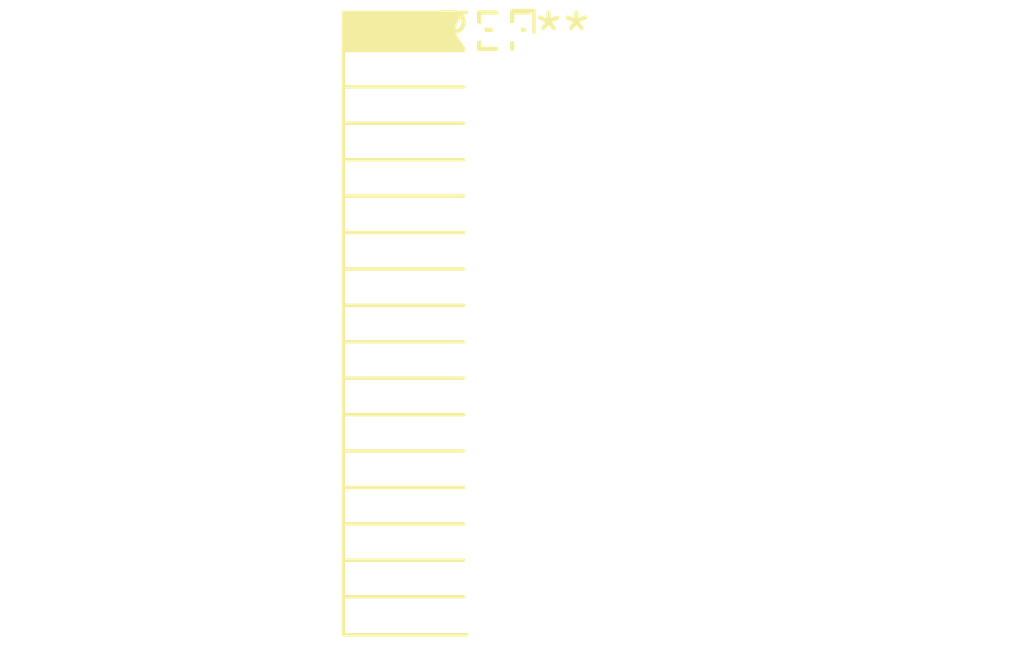
<source format=kicad_pcb>
(kicad_pcb (version 20240108) (generator pcbnew)
  (layers (0 "F.Cu" signal) (31 "B.Cu" signal) (34 "B.Paste" user) (35 "F.Paste" user) (36 "B.SilkS" user "B.Silkscreen") (37 "F.SilkS" user "F.Silkscreen") (38 "B.Mask" user) (39 "F.Mask" user) (44 "Edge.Cuts" user))
  (net 0 "")
  (footprint "PinSocket_2x17_P1.27mm_Horizontal" (layer "F.Cu") (at 0 0)
    (property "Reference" "REF**")
    (property "Value" "PinSocket_2x17_P1.27mm_Horizontal")
    (fp_line (start -5.88 -0.695) (end -5.88 21.015) (layer "F.SilkS") (stroke (width 0.12)))
    (fp_line (start -5.88 -0.695) (end -1.57753 -0.695) (layer "F.SilkS") (stroke (width 0.12)))
    (fp_line (start -5.88 -0.575) (end -1.766966 -0.575) (layer "F.SilkS") (stroke (width 0.12)))
    (fp_line (start -5.88 -0.465) (end -1.871145 -0.465) (layer "F.SilkS") (stroke (width 0.12)))
    (fp_line (start -5.88 -0.355) (end -1.941993 -0.355) (layer "F.SilkS") (stroke (width 0.12)))
    (fp_line (start -5.88 -0.245) (end -1.989427 -0.245) (layer "F.SilkS") (stroke (width 0.12)))
    (fp_line (start -5.88 -0.135) (end -2.017914 -0.135) (layer "F.SilkS") (stroke (width 0.12)))
    (fp_line (start -5.88 -0.025) (end -2.029589 -0.025) (layer "F.SilkS") (stroke (width 0.12)))
    (fp_line (start -5.88 0.085) (end -2.025232 0.085) (layer "F.SilkS") (stroke (width 0.12)))
    (fp_line (start -5.88 0.195) (end -2.004558 0.195) (layer "F.SilkS") (stroke (width 0.12)))
    (fp_line (start -5.88 0.305) (end -1.966114 0.305) (layer "F.SilkS") (stroke (width 0.12)))
    (fp_line (start -5.88 0.415) (end -1.906691 0.415) (layer "F.SilkS") (stroke (width 0.12)))
    (fp_line (start -5.88 0.525) (end -1.819523 0.525) (layer "F.SilkS") (stroke (width 0.12)))
    (fp_line (start -5.88 0.635) (end -1.687582 0.635) (layer "F.SilkS") (stroke (width 0.12)))
    (fp_line (start -5.88 1.905) (end -1.687582 1.905) (layer "F.SilkS") (stroke (width 0.12)))
    (fp_line (start -5.88 3.175) (end -1.687582 3.175) (layer "F.SilkS") (stroke (width 0.12)))
    (fp_line (start -5.88 4.445) (end -1.687582 4.445) (layer "F.SilkS") (stroke (width 0.12)))
    (fp_line (start -5.88 5.715) (end -1.687582 5.715) (layer "F.SilkS") (stroke (width 0.12)))
    (fp_line (start -5.88 6.985) (end -1.687582 6.985) (layer "F.SilkS") (stroke (width 0.12)))
    (fp_line (start -5.88 8.255) (end -1.687582 8.255) (layer "F.SilkS") (stroke (width 0.12)))
    (fp_line (start -5.88 9.525) (end -1.687582 9.525) (layer "F.SilkS") (stroke (width 0.12)))
    (fp_line (start -5.88 10.795) (end -1.687582 10.795) (layer "F.SilkS") (stroke (width 0.12)))
    (fp_line (start -5.88 12.065) (end -1.687582 12.065) (layer "F.SilkS") (stroke (width 0.12)))
    (fp_line (start -5.88 13.335) (end -1.687582 13.335) (layer "F.SilkS") (stroke (width 0.12)))
    (fp_line (start -5.88 14.605) (end -1.687582 14.605) (layer "F.SilkS") (stroke (width 0.12)))
    (fp_line (start -5.88 15.875) (end -1.687582 15.875) (layer "F.SilkS") (stroke (width 0.12)))
    (fp_line (start -5.88 17.145) (end -1.687582 17.145) (layer "F.SilkS") (stroke (width 0.12)))
    (fp_line (start -5.88 18.415) (end -1.687582 18.415) (layer "F.SilkS") (stroke (width 0.12)))
    (fp_line (start -5.88 19.685) (end -1.687582 19.685) (layer "F.SilkS") (stroke (width 0.12)))
    (fp_line (start -5.88 21.015) (end -1.57753 21.015) (layer "F.SilkS") (stroke (width 0.12)))
    (fp_line (start 0 -0.76) (end 0.76 -0.76) (layer "F.SilkS") (stroke (width 0.12)))
    (fp_line (start 0.76 -0.76) (end 0.76 0) (layer "F.SilkS") (stroke (width 0.12)))
    (pad "1" thru_hole rect (at 0 0) (size 1 1) (drill 0.65) (layers *.Cu *.Mask) (remove_unused_layers))
    (pad "2" thru_hole oval (at -1.27 0) (size 1 1) (drill 0.65) (layers *.Cu *.Mask) (remove_unused_layers))
    (pad "3" thru_hole oval (at 0 1.27) (size 1 1) (drill 0.65) (layers *.Cu *.Mask) (remove_unused_layers))
    (pad "4" thru_hole oval (at -1.27 1.27) (size 1 1) (drill 0.65) (layers *.Cu *.Mask) (remove_unused_layers))
    (pad "5" thru_hole oval (at 0 2.54) (size 1 1) (drill 0.65) (layers *.Cu *.Mask) (remove_unused_layers))
    (pad "6" thru_hole oval (at -1.27 2.54) (size 1 1) (drill 0.65) (layers *.Cu *.Mask) (remove_unused_layers))
    (pad "7" thru_hole oval (at 0 3.81) (size 1 1) (drill 0.65) (layers *.Cu *.Mask) (remove_unused_layers))
    (pad "8" thru_hole oval (at -1.27 3.81) (size 1 1) (drill 0.65) (layers *.Cu *.Mask) (remove_unused_layers))
    (pad "9" thru_hole oval (at 0 5.08) (size 1 1) (drill 0.65) (layers *.Cu *.Mask) (remove_unused_layers))
    (pad "10" thru_hole oval (at -1.27 5.08) (size 1 1) (drill 0.65) (layers *.Cu *.Mask) (remove_unused_layers))
    (pad "11" thru_hole oval (at 0 6.35) (size 1 1) (drill 0.65) (layers *.Cu *.Mask) (remove_unused_layers))
    (pad "12" thru_hole oval (at -1.27 6.35) (size 1 1) (drill 0.65) (layers *.Cu *.Mask) (remove_unused_layers))
    (pad "13" thru_hole oval (at 0 7.62) (size 1 1) (drill 0.65) (layers *.Cu *.Mask) (remove_unused_layers))
    (pad "14" thru_hole oval (at -1.27 7.62) (size 1 1) (drill 0.65) (layers *.Cu *.Mask) (remove_unused_layers))
    (pad "15" thru_hole oval (at 0 8.89) (size 1 1) (drill 0.65) (layers *.Cu *.Mask) (remove_unused_layers))
    (pad "16" thru_hole oval (at -1.27 8.89) (size 1 1) (drill 0.65) (layers *.Cu *.Mask) (remove_unused_layers))
    (pad "17" thru_hole oval (at 0 10.16) (size 1 1) (drill 0.65) (layers *.Cu *.Mask) (remove_unused_layers))
    (pad "18" thru_hole oval (at -1.27 10.16) (size 1 1) (drill 0.65) (layers *.Cu *.Mask) (remove_unused_layers))
    (pad "19" thru_hole oval (at 0 11.43) (size 1 1) (drill 0.65) (layers *.Cu *.Mask) (remove_unused_layers))
    (pad "20" thru_hole oval (at -1.27 11.43) (size 1 1) (drill 0.65) (layers *.Cu *.Mask) (remove_unused_layers))
    (pad "21" thru_hole oval (at 0 12.7) (size 1 1) (drill 0.65) (layers *.Cu *.Mask) (remove_unused_layers))
    (pad "22" thru_hole oval (at -1.27 12.7) (size 1 1) (drill 0.65) (layers *.Cu *.Mask) (remove_unused_layers))
    (pad "23" thru_hole oval (at 0 13.97) (size 1 1) (drill 0.65) (layers *.Cu *.Mask) (remove_unused_layers))
    (pad "24" thru_hole oval (at -1.27 13.97) (size 1 1) (drill 0.65) (layers *.Cu *.Mask) (remove_unused_layers))
    (pad "25" thru_hole oval (at 0 15.24) (size 1 1) (drill 0.65) (layers *.Cu *.Mask) (remove_unused_layers))
    (pad "26" thru_hole oval (at -1.27 15.24) (size 1 1) (drill 0.65) (layers *.Cu *.Mask) (remove_unused_layers))
    (pad "27" thru_hole oval (at 0 16.51) (size 1 1) (drill 0.65) (layers *.Cu *.Mask) (remove_unused_layers))
    (pad "28" thru_hole oval (at -1.27 16.51) (size 1 1) (drill 0.65) (layers *.Cu *.Mask) (remove_unused_layers))
    (pad "29" thru_hole oval (at 0 17.78) (size 1 1) (drill 0.65) (layers *.Cu *.Mask) (remove_unused_layers))
    (pad "30" thru_hole oval (at -1.27 17.78) (size 1 1) (drill 0.65) (layers *.Cu *.Mask) (remove_unused_layers))
    (pad "31" thru_hole oval (at 0 19.05) (size 1 1) (drill 0.65) (layers *.Cu *.Mask) (remove_unused_layers))
    (pad "32" thru_hole oval (at -1.27 19.05) (size 1 1) (drill 0.65) (layers *.Cu *.Mask) (remove_unused_layers))
    (pad "33" thru_hole oval (at 0 20.32) (size 1 1) (drill 0.65) (layers *.Cu *.Mask) (remove_unused_layers))
    (pad "34" thru_hole oval (at -1.27 20.32) (size 1 1) (drill 0.65) (layers *.Cu *.Mask) (remove_unused_layers))
  )
)
</source>
